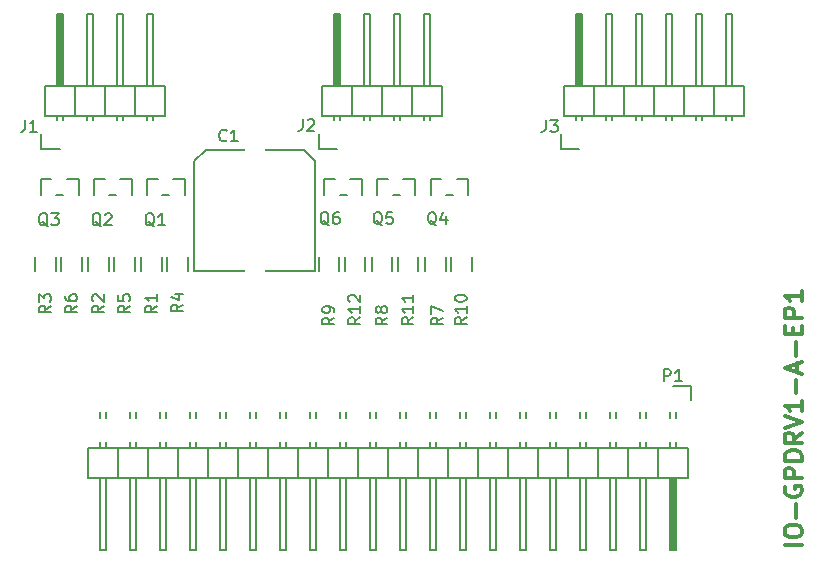
<source format=gbr>
G04 #@! TF.FileFunction,Legend,Top*
%FSLAX46Y46*%
G04 Gerber Fmt 4.6, Leading zero omitted, Abs format (unit mm)*
G04 Created by KiCad (PCBNEW 4.0.4-stable) date 02/07/17 10:52:47*
%MOMM*%
%LPD*%
G01*
G04 APERTURE LIST*
%ADD10C,0.100000*%
%ADD11C,0.300000*%
%ADD12C,0.150000*%
%ADD13R,1.727200X1.727200*%
%ADD14O,1.727200X1.727200*%
%ADD15R,1.800000X5.500000*%
%ADD16R,1.727200X2.032000*%
%ADD17O,1.727200X2.032000*%
%ADD18R,1.000000X1.400000*%
%ADD19R,1.300000X1.500000*%
G04 APERTURE END LIST*
D10*
D11*
X181878571Y-123814285D02*
X180378571Y-123814285D01*
X180378571Y-122814285D02*
X180378571Y-122528571D01*
X180450000Y-122385713D01*
X180592857Y-122242856D01*
X180878571Y-122171428D01*
X181378571Y-122171428D01*
X181664286Y-122242856D01*
X181807143Y-122385713D01*
X181878571Y-122528571D01*
X181878571Y-122814285D01*
X181807143Y-122957142D01*
X181664286Y-123099999D01*
X181378571Y-123171428D01*
X180878571Y-123171428D01*
X180592857Y-123099999D01*
X180450000Y-122957142D01*
X180378571Y-122814285D01*
X181307143Y-121528570D02*
X181307143Y-120385713D01*
X180450000Y-118885713D02*
X180378571Y-119028570D01*
X180378571Y-119242856D01*
X180450000Y-119457141D01*
X180592857Y-119599999D01*
X180735714Y-119671427D01*
X181021429Y-119742856D01*
X181235714Y-119742856D01*
X181521429Y-119671427D01*
X181664286Y-119599999D01*
X181807143Y-119457141D01*
X181878571Y-119242856D01*
X181878571Y-119099999D01*
X181807143Y-118885713D01*
X181735714Y-118814284D01*
X181235714Y-118814284D01*
X181235714Y-119099999D01*
X181878571Y-118171427D02*
X180378571Y-118171427D01*
X180378571Y-117599999D01*
X180450000Y-117457141D01*
X180521429Y-117385713D01*
X180664286Y-117314284D01*
X180878571Y-117314284D01*
X181021429Y-117385713D01*
X181092857Y-117457141D01*
X181164286Y-117599999D01*
X181164286Y-118171427D01*
X181878571Y-116671427D02*
X180378571Y-116671427D01*
X180378571Y-116314284D01*
X180450000Y-116099999D01*
X180592857Y-115957141D01*
X180735714Y-115885713D01*
X181021429Y-115814284D01*
X181235714Y-115814284D01*
X181521429Y-115885713D01*
X181664286Y-115957141D01*
X181807143Y-116099999D01*
X181878571Y-116314284D01*
X181878571Y-116671427D01*
X181878571Y-114314284D02*
X181164286Y-114814284D01*
X181878571Y-115171427D02*
X180378571Y-115171427D01*
X180378571Y-114599999D01*
X180450000Y-114457141D01*
X180521429Y-114385713D01*
X180664286Y-114314284D01*
X180878571Y-114314284D01*
X181021429Y-114385713D01*
X181092857Y-114457141D01*
X181164286Y-114599999D01*
X181164286Y-115171427D01*
X180378571Y-113885713D02*
X181878571Y-113385713D01*
X180378571Y-112885713D01*
X181878571Y-111599999D02*
X181878571Y-112457142D01*
X181878571Y-112028570D02*
X180378571Y-112028570D01*
X180592857Y-112171427D01*
X180735714Y-112314285D01*
X180807143Y-112457142D01*
X181307143Y-110957142D02*
X181307143Y-109814285D01*
X181450000Y-109171428D02*
X181450000Y-108457142D01*
X181878571Y-109314285D02*
X180378571Y-108814285D01*
X181878571Y-108314285D01*
X181307143Y-107814285D02*
X181307143Y-106671428D01*
X181092857Y-105957142D02*
X181092857Y-105457142D01*
X181878571Y-105242856D02*
X181878571Y-105957142D01*
X180378571Y-105957142D01*
X180378571Y-105242856D01*
X181878571Y-104599999D02*
X180378571Y-104599999D01*
X180378571Y-104028571D01*
X180450000Y-103885713D01*
X180521429Y-103814285D01*
X180664286Y-103742856D01*
X180878571Y-103742856D01*
X181021429Y-103814285D01*
X181092857Y-103885713D01*
X181164286Y-104028571D01*
X181164286Y-104599999D01*
X181878571Y-102314285D02*
X181878571Y-103171428D01*
X181878571Y-102742856D02*
X180378571Y-102742856D01*
X180592857Y-102885713D01*
X180735714Y-103028571D01*
X180807143Y-103171428D01*
D12*
X160994000Y-113044000D02*
X160994000Y-112536000D01*
X160486000Y-113044000D02*
X160486000Y-112536000D01*
X158454000Y-113044000D02*
X158454000Y-112536000D01*
X157946000Y-113044000D02*
X157946000Y-112536000D01*
X163026000Y-113044000D02*
X163026000Y-112536000D01*
X163534000Y-113044000D02*
X163534000Y-112536000D01*
X165566000Y-113044000D02*
X165566000Y-112536000D01*
X166074000Y-113044000D02*
X166074000Y-112536000D01*
X168106000Y-113044000D02*
X168106000Y-112536000D01*
X168614000Y-113044000D02*
X168614000Y-112536000D01*
X170646000Y-113044000D02*
X170646000Y-112536000D01*
X171154000Y-113044000D02*
X171154000Y-112536000D01*
X130514000Y-113044000D02*
X130514000Y-112536000D01*
X130006000Y-113044000D02*
X130006000Y-112536000D01*
X127974000Y-113044000D02*
X127974000Y-112536000D01*
X127466000Y-113044000D02*
X127466000Y-112536000D01*
X132546000Y-113044000D02*
X132546000Y-112536000D01*
X133054000Y-113044000D02*
X133054000Y-112536000D01*
X135086000Y-113044000D02*
X135086000Y-112536000D01*
X135594000Y-113044000D02*
X135594000Y-112536000D01*
X125434000Y-113044000D02*
X125434000Y-112536000D01*
X124926000Y-113044000D02*
X124926000Y-112536000D01*
X122894000Y-113044000D02*
X122894000Y-112536000D01*
X122386000Y-113044000D02*
X122386000Y-112536000D01*
X140674000Y-113044000D02*
X140674000Y-112536000D01*
X140166000Y-113044000D02*
X140166000Y-112536000D01*
X138134000Y-113044000D02*
X138134000Y-112536000D01*
X137626000Y-113044000D02*
X137626000Y-112536000D01*
X142706000Y-113044000D02*
X142706000Y-112536000D01*
X143214000Y-113044000D02*
X143214000Y-112536000D01*
X145246000Y-113044000D02*
X145246000Y-112536000D01*
X145754000Y-113044000D02*
X145754000Y-112536000D01*
X155914000Y-113044000D02*
X155914000Y-112536000D01*
X155406000Y-113044000D02*
X155406000Y-112536000D01*
X153374000Y-113044000D02*
X153374000Y-112536000D01*
X152866000Y-113044000D02*
X152866000Y-112536000D01*
X147786000Y-113044000D02*
X147786000Y-112536000D01*
X148294000Y-113044000D02*
X148294000Y-112536000D01*
X150326000Y-113044000D02*
X150326000Y-112536000D01*
X150834000Y-113044000D02*
X150834000Y-112536000D01*
X125434000Y-115584000D02*
X125434000Y-115076000D01*
X124926000Y-115584000D02*
X124926000Y-115076000D01*
X122894000Y-115584000D02*
X122894000Y-115076000D01*
X122386000Y-115584000D02*
X122386000Y-115076000D01*
X127466000Y-115584000D02*
X127466000Y-115076000D01*
X127974000Y-115584000D02*
X127974000Y-115076000D01*
X130006000Y-115584000D02*
X130006000Y-115076000D01*
X130514000Y-115584000D02*
X130514000Y-115076000D01*
X145754000Y-115584000D02*
X145754000Y-115076000D01*
X145246000Y-115584000D02*
X145246000Y-115076000D01*
X143214000Y-115584000D02*
X143214000Y-115076000D01*
X142706000Y-115584000D02*
X142706000Y-115076000D01*
X147786000Y-115584000D02*
X147786000Y-115076000D01*
X148294000Y-115584000D02*
X148294000Y-115076000D01*
X150326000Y-115584000D02*
X150326000Y-115076000D01*
X150834000Y-115584000D02*
X150834000Y-115076000D01*
X140674000Y-115584000D02*
X140674000Y-115076000D01*
X140166000Y-115584000D02*
X140166000Y-115076000D01*
X138134000Y-115584000D02*
X138134000Y-115076000D01*
X137626000Y-115584000D02*
X137626000Y-115076000D01*
X132546000Y-115584000D02*
X132546000Y-115076000D01*
X133054000Y-115584000D02*
X133054000Y-115076000D01*
X135086000Y-115584000D02*
X135086000Y-115076000D01*
X135594000Y-115584000D02*
X135594000Y-115076000D01*
X155914000Y-115584000D02*
X155914000Y-115076000D01*
X155406000Y-115584000D02*
X155406000Y-115076000D01*
X153374000Y-115584000D02*
X153374000Y-115076000D01*
X152866000Y-115584000D02*
X152866000Y-115076000D01*
X157946000Y-115584000D02*
X157946000Y-115076000D01*
X158454000Y-115584000D02*
X158454000Y-115076000D01*
X160486000Y-115584000D02*
X160486000Y-115076000D01*
X160994000Y-115584000D02*
X160994000Y-115076000D01*
X171154000Y-115584000D02*
X171154000Y-115076000D01*
X170646000Y-115584000D02*
X170646000Y-115076000D01*
X168614000Y-115584000D02*
X168614000Y-115076000D01*
X168106000Y-115584000D02*
X168106000Y-115076000D01*
X163026000Y-115584000D02*
X163026000Y-115076000D01*
X163534000Y-115584000D02*
X163534000Y-115076000D01*
X165566000Y-115584000D02*
X165566000Y-115076000D01*
X166074000Y-115584000D02*
X166074000Y-115076000D01*
X172450000Y-111520000D02*
X172450000Y-110370000D01*
X172450000Y-110370000D02*
X170900000Y-110370000D01*
X171027000Y-118124000D02*
X171027000Y-124093000D01*
X171027000Y-124093000D02*
X170773000Y-124093000D01*
X170773000Y-124093000D02*
X170773000Y-118251000D01*
X170773000Y-118251000D02*
X170900000Y-118251000D01*
X170900000Y-118251000D02*
X170900000Y-124093000D01*
X131530000Y-115584000D02*
X131530000Y-118124000D01*
X131530000Y-115584000D02*
X128990000Y-115584000D01*
X128990000Y-115584000D02*
X128990000Y-118124000D01*
X130514000Y-118124000D02*
X130514000Y-124220000D01*
X130514000Y-124220000D02*
X130006000Y-124220000D01*
X130006000Y-124220000D02*
X130006000Y-118124000D01*
X128990000Y-118124000D02*
X131530000Y-118124000D01*
X126450000Y-118124000D02*
X128990000Y-118124000D01*
X127466000Y-124220000D02*
X127466000Y-118124000D01*
X127974000Y-124220000D02*
X127466000Y-124220000D01*
X127974000Y-118124000D02*
X127974000Y-124220000D01*
X126450000Y-115584000D02*
X126450000Y-118124000D01*
X128990000Y-115584000D02*
X126450000Y-115584000D01*
X128990000Y-115584000D02*
X128990000Y-118124000D01*
X123910000Y-115584000D02*
X123910000Y-118124000D01*
X123910000Y-115584000D02*
X121370000Y-115584000D01*
X122894000Y-118124000D02*
X122894000Y-124220000D01*
X122894000Y-124220000D02*
X122386000Y-124220000D01*
X122386000Y-124220000D02*
X122386000Y-118124000D01*
X121370000Y-118124000D02*
X123910000Y-118124000D01*
X123910000Y-118124000D02*
X126450000Y-118124000D01*
X124926000Y-124220000D02*
X124926000Y-118124000D01*
X125434000Y-124220000D02*
X124926000Y-124220000D01*
X125434000Y-118124000D02*
X125434000Y-124220000D01*
X123910000Y-115584000D02*
X123910000Y-118124000D01*
X126450000Y-115584000D02*
X123910000Y-115584000D01*
X126450000Y-115584000D02*
X126450000Y-118124000D01*
X121370000Y-115584000D02*
X121370000Y-118124000D01*
X151850000Y-115584000D02*
X151850000Y-118124000D01*
X151850000Y-115584000D02*
X149310000Y-115584000D01*
X149310000Y-115584000D02*
X149310000Y-118124000D01*
X150834000Y-118124000D02*
X150834000Y-124220000D01*
X150834000Y-124220000D02*
X150326000Y-124220000D01*
X150326000Y-124220000D02*
X150326000Y-118124000D01*
X149310000Y-118124000D02*
X151850000Y-118124000D01*
X146770000Y-118124000D02*
X149310000Y-118124000D01*
X147786000Y-124220000D02*
X147786000Y-118124000D01*
X148294000Y-124220000D02*
X147786000Y-124220000D01*
X148294000Y-118124000D02*
X148294000Y-124220000D01*
X146770000Y-115584000D02*
X146770000Y-118124000D01*
X149310000Y-115584000D02*
X146770000Y-115584000D01*
X149310000Y-115584000D02*
X149310000Y-118124000D01*
X144230000Y-115584000D02*
X144230000Y-118124000D01*
X144230000Y-115584000D02*
X141690000Y-115584000D01*
X141690000Y-115584000D02*
X141690000Y-118124000D01*
X143214000Y-118124000D02*
X143214000Y-124220000D01*
X143214000Y-124220000D02*
X142706000Y-124220000D01*
X142706000Y-124220000D02*
X142706000Y-118124000D01*
X141690000Y-118124000D02*
X144230000Y-118124000D01*
X144230000Y-118124000D02*
X146770000Y-118124000D01*
X145246000Y-124220000D02*
X145246000Y-118124000D01*
X145754000Y-124220000D02*
X145246000Y-124220000D01*
X145754000Y-118124000D02*
X145754000Y-124220000D01*
X144230000Y-115584000D02*
X144230000Y-118124000D01*
X146770000Y-115584000D02*
X144230000Y-115584000D01*
X146770000Y-115584000D02*
X146770000Y-118124000D01*
X136610000Y-115584000D02*
X136610000Y-118124000D01*
X136610000Y-115584000D02*
X134070000Y-115584000D01*
X134070000Y-115584000D02*
X134070000Y-118124000D01*
X135594000Y-118124000D02*
X135594000Y-124220000D01*
X135594000Y-124220000D02*
X135086000Y-124220000D01*
X135086000Y-124220000D02*
X135086000Y-118124000D01*
X134070000Y-118124000D02*
X136610000Y-118124000D01*
X131530000Y-118124000D02*
X134070000Y-118124000D01*
X132546000Y-124220000D02*
X132546000Y-118124000D01*
X133054000Y-124220000D02*
X132546000Y-124220000D01*
X133054000Y-118124000D02*
X133054000Y-124220000D01*
X131530000Y-115584000D02*
X131530000Y-118124000D01*
X134070000Y-115584000D02*
X131530000Y-115584000D01*
X134070000Y-115584000D02*
X134070000Y-118124000D01*
X139150000Y-115584000D02*
X139150000Y-118124000D01*
X139150000Y-115584000D02*
X136610000Y-115584000D01*
X136610000Y-115584000D02*
X136610000Y-118124000D01*
X138134000Y-118124000D02*
X138134000Y-124220000D01*
X138134000Y-124220000D02*
X137626000Y-124220000D01*
X137626000Y-124220000D02*
X137626000Y-118124000D01*
X136610000Y-118124000D02*
X139150000Y-118124000D01*
X139150000Y-118124000D02*
X141690000Y-118124000D01*
X140166000Y-124220000D02*
X140166000Y-118124000D01*
X140674000Y-124220000D02*
X140166000Y-124220000D01*
X140674000Y-118124000D02*
X140674000Y-124220000D01*
X139150000Y-115584000D02*
X139150000Y-118124000D01*
X141690000Y-115584000D02*
X139150000Y-115584000D01*
X141690000Y-115584000D02*
X141690000Y-118124000D01*
X162010000Y-115584000D02*
X162010000Y-118124000D01*
X162010000Y-115584000D02*
X159470000Y-115584000D01*
X159470000Y-115584000D02*
X159470000Y-118124000D01*
X160994000Y-118124000D02*
X160994000Y-124220000D01*
X160994000Y-124220000D02*
X160486000Y-124220000D01*
X160486000Y-124220000D02*
X160486000Y-118124000D01*
X159470000Y-118124000D02*
X162010000Y-118124000D01*
X156930000Y-118124000D02*
X159470000Y-118124000D01*
X157946000Y-124220000D02*
X157946000Y-118124000D01*
X158454000Y-124220000D02*
X157946000Y-124220000D01*
X158454000Y-118124000D02*
X158454000Y-124220000D01*
X156930000Y-115584000D02*
X156930000Y-118124000D01*
X159470000Y-115584000D02*
X156930000Y-115584000D01*
X159470000Y-115584000D02*
X159470000Y-118124000D01*
X154390000Y-115584000D02*
X154390000Y-118124000D01*
X154390000Y-115584000D02*
X151850000Y-115584000D01*
X151850000Y-115584000D02*
X151850000Y-118124000D01*
X153374000Y-118124000D02*
X153374000Y-124220000D01*
X153374000Y-124220000D02*
X152866000Y-124220000D01*
X152866000Y-124220000D02*
X152866000Y-118124000D01*
X151850000Y-118124000D02*
X154390000Y-118124000D01*
X154390000Y-118124000D02*
X156930000Y-118124000D01*
X155406000Y-124220000D02*
X155406000Y-118124000D01*
X155914000Y-124220000D02*
X155406000Y-124220000D01*
X155914000Y-118124000D02*
X155914000Y-124220000D01*
X154390000Y-115584000D02*
X154390000Y-118124000D01*
X156930000Y-115584000D02*
X154390000Y-115584000D01*
X156930000Y-115584000D02*
X156930000Y-118124000D01*
X167090000Y-115584000D02*
X167090000Y-118124000D01*
X167090000Y-115584000D02*
X164550000Y-115584000D01*
X164550000Y-115584000D02*
X164550000Y-118124000D01*
X166074000Y-118124000D02*
X166074000Y-124220000D01*
X166074000Y-124220000D02*
X165566000Y-124220000D01*
X165566000Y-124220000D02*
X165566000Y-118124000D01*
X164550000Y-118124000D02*
X167090000Y-118124000D01*
X162010000Y-118124000D02*
X164550000Y-118124000D01*
X163026000Y-124220000D02*
X163026000Y-118124000D01*
X163534000Y-124220000D02*
X163026000Y-124220000D01*
X163534000Y-118124000D02*
X163534000Y-124220000D01*
X162010000Y-115584000D02*
X162010000Y-118124000D01*
X164550000Y-115584000D02*
X162010000Y-115584000D01*
X164550000Y-115584000D02*
X164550000Y-118124000D01*
X169630000Y-115584000D02*
X169630000Y-118124000D01*
X169630000Y-115584000D02*
X167090000Y-115584000D01*
X167090000Y-115584000D02*
X167090000Y-118124000D01*
X168614000Y-118124000D02*
X168614000Y-124220000D01*
X168614000Y-124220000D02*
X168106000Y-124220000D01*
X168106000Y-124220000D02*
X168106000Y-118124000D01*
X167090000Y-118124000D02*
X169630000Y-118124000D01*
X169630000Y-118124000D02*
X172170000Y-118124000D01*
X170646000Y-124220000D02*
X170646000Y-118124000D01*
X171154000Y-124220000D02*
X170646000Y-124220000D01*
X171154000Y-118124000D02*
X171154000Y-124220000D01*
X169630000Y-115584000D02*
X169630000Y-118124000D01*
X172170000Y-115584000D02*
X169630000Y-115584000D01*
X172170000Y-115584000D02*
X172170000Y-118124000D01*
X140650000Y-100650000D02*
X130350000Y-100650000D01*
X130350000Y-100650000D02*
X130350000Y-91350000D01*
X130350000Y-91350000D02*
X131350000Y-90350000D01*
X131350000Y-90350000D02*
X139650000Y-90350000D01*
X139650000Y-90350000D02*
X140650000Y-91350000D01*
X140650000Y-91350000D02*
X140650000Y-100650000D01*
X117450000Y-90300000D02*
X119000000Y-90300000D01*
X117450000Y-89000000D02*
X117450000Y-90300000D01*
X118873000Y-84809000D02*
X118873000Y-78967000D01*
X118873000Y-78967000D02*
X119127000Y-78967000D01*
X119127000Y-78967000D02*
X119127000Y-84809000D01*
X119127000Y-84809000D02*
X119000000Y-84809000D01*
X119000000Y-84809000D02*
X119000000Y-78967000D01*
X118746000Y-87476000D02*
X118746000Y-87857000D01*
X119254000Y-87476000D02*
X119254000Y-87857000D01*
X121286000Y-87476000D02*
X121286000Y-87857000D01*
X121794000Y-87476000D02*
X121794000Y-87857000D01*
X123826000Y-87476000D02*
X123826000Y-87857000D01*
X124334000Y-87476000D02*
X124334000Y-87857000D01*
X126874000Y-87476000D02*
X126874000Y-87857000D01*
X126366000Y-87476000D02*
X126366000Y-87857000D01*
X117730000Y-87476000D02*
X117730000Y-84936000D01*
X120270000Y-87476000D02*
X120270000Y-84936000D01*
X120270000Y-87476000D02*
X122810000Y-87476000D01*
X122810000Y-87476000D02*
X122810000Y-84936000D01*
X121286000Y-84936000D02*
X121286000Y-78840000D01*
X121286000Y-78840000D02*
X121794000Y-78840000D01*
X121794000Y-78840000D02*
X121794000Y-84936000D01*
X122810000Y-84936000D02*
X120270000Y-84936000D01*
X120270000Y-84936000D02*
X117730000Y-84936000D01*
X119254000Y-78840000D02*
X119254000Y-84936000D01*
X118746000Y-78840000D02*
X119254000Y-78840000D01*
X118746000Y-84936000D02*
X118746000Y-78840000D01*
X120270000Y-87476000D02*
X120270000Y-84936000D01*
X117730000Y-87476000D02*
X120270000Y-87476000D01*
X125350000Y-87476000D02*
X125350000Y-84936000D01*
X125350000Y-87476000D02*
X127890000Y-87476000D01*
X127890000Y-87476000D02*
X127890000Y-84936000D01*
X126366000Y-84936000D02*
X126366000Y-78840000D01*
X126366000Y-78840000D02*
X126874000Y-78840000D01*
X126874000Y-78840000D02*
X126874000Y-84936000D01*
X127890000Y-84936000D02*
X125350000Y-84936000D01*
X125350000Y-84936000D02*
X122810000Y-84936000D01*
X124334000Y-78840000D02*
X124334000Y-84936000D01*
X123826000Y-78840000D02*
X124334000Y-78840000D01*
X123826000Y-84936000D02*
X123826000Y-78840000D01*
X125350000Y-87476000D02*
X125350000Y-84936000D01*
X122810000Y-87476000D02*
X125350000Y-87476000D01*
X122810000Y-87476000D02*
X122810000Y-84936000D01*
X140950000Y-90300000D02*
X142500000Y-90300000D01*
X140950000Y-89000000D02*
X140950000Y-90300000D01*
X142373000Y-84809000D02*
X142373000Y-78967000D01*
X142373000Y-78967000D02*
X142627000Y-78967000D01*
X142627000Y-78967000D02*
X142627000Y-84809000D01*
X142627000Y-84809000D02*
X142500000Y-84809000D01*
X142500000Y-84809000D02*
X142500000Y-78967000D01*
X142246000Y-87476000D02*
X142246000Y-87857000D01*
X142754000Y-87476000D02*
X142754000Y-87857000D01*
X144786000Y-87476000D02*
X144786000Y-87857000D01*
X145294000Y-87476000D02*
X145294000Y-87857000D01*
X147326000Y-87476000D02*
X147326000Y-87857000D01*
X147834000Y-87476000D02*
X147834000Y-87857000D01*
X150374000Y-87476000D02*
X150374000Y-87857000D01*
X149866000Y-87476000D02*
X149866000Y-87857000D01*
X141230000Y-87476000D02*
X141230000Y-84936000D01*
X143770000Y-87476000D02*
X143770000Y-84936000D01*
X143770000Y-87476000D02*
X146310000Y-87476000D01*
X146310000Y-87476000D02*
X146310000Y-84936000D01*
X144786000Y-84936000D02*
X144786000Y-78840000D01*
X144786000Y-78840000D02*
X145294000Y-78840000D01*
X145294000Y-78840000D02*
X145294000Y-84936000D01*
X146310000Y-84936000D02*
X143770000Y-84936000D01*
X143770000Y-84936000D02*
X141230000Y-84936000D01*
X142754000Y-78840000D02*
X142754000Y-84936000D01*
X142246000Y-78840000D02*
X142754000Y-78840000D01*
X142246000Y-84936000D02*
X142246000Y-78840000D01*
X143770000Y-87476000D02*
X143770000Y-84936000D01*
X141230000Y-87476000D02*
X143770000Y-87476000D01*
X148850000Y-87476000D02*
X148850000Y-84936000D01*
X148850000Y-87476000D02*
X151390000Y-87476000D01*
X151390000Y-87476000D02*
X151390000Y-84936000D01*
X149866000Y-84936000D02*
X149866000Y-78840000D01*
X149866000Y-78840000D02*
X150374000Y-78840000D01*
X150374000Y-78840000D02*
X150374000Y-84936000D01*
X151390000Y-84936000D02*
X148850000Y-84936000D01*
X148850000Y-84936000D02*
X146310000Y-84936000D01*
X147834000Y-78840000D02*
X147834000Y-84936000D01*
X147326000Y-78840000D02*
X147834000Y-78840000D01*
X147326000Y-84936000D02*
X147326000Y-78840000D01*
X148850000Y-87476000D02*
X148850000Y-84936000D01*
X146310000Y-87476000D02*
X148850000Y-87476000D01*
X146310000Y-87476000D02*
X146310000Y-84936000D01*
X161450000Y-90300000D02*
X163000000Y-90300000D01*
X161450000Y-89000000D02*
X161450000Y-90300000D01*
X162873000Y-84809000D02*
X162873000Y-78967000D01*
X162873000Y-78967000D02*
X163127000Y-78967000D01*
X163127000Y-78967000D02*
X163127000Y-84809000D01*
X163127000Y-84809000D02*
X163000000Y-84809000D01*
X163000000Y-84809000D02*
X163000000Y-78967000D01*
X162746000Y-87476000D02*
X162746000Y-87857000D01*
X163254000Y-87476000D02*
X163254000Y-87857000D01*
X165286000Y-87476000D02*
X165286000Y-87857000D01*
X165794000Y-87476000D02*
X165794000Y-87857000D01*
X167826000Y-87476000D02*
X167826000Y-87857000D01*
X168334000Y-87476000D02*
X168334000Y-87857000D01*
X175954000Y-87476000D02*
X175954000Y-87857000D01*
X175446000Y-87476000D02*
X175446000Y-87857000D01*
X173414000Y-87476000D02*
X173414000Y-87857000D01*
X172906000Y-87476000D02*
X172906000Y-87857000D01*
X170874000Y-87476000D02*
X170874000Y-87857000D01*
X170366000Y-87476000D02*
X170366000Y-87857000D01*
X161730000Y-87476000D02*
X161730000Y-84936000D01*
X164270000Y-87476000D02*
X164270000Y-84936000D01*
X164270000Y-87476000D02*
X166810000Y-87476000D01*
X166810000Y-87476000D02*
X166810000Y-84936000D01*
X165286000Y-84936000D02*
X165286000Y-78840000D01*
X165286000Y-78840000D02*
X165794000Y-78840000D01*
X165794000Y-78840000D02*
X165794000Y-84936000D01*
X166810000Y-84936000D02*
X164270000Y-84936000D01*
X164270000Y-84936000D02*
X161730000Y-84936000D01*
X163254000Y-78840000D02*
X163254000Y-84936000D01*
X162746000Y-78840000D02*
X163254000Y-78840000D01*
X162746000Y-84936000D02*
X162746000Y-78840000D01*
X164270000Y-87476000D02*
X164270000Y-84936000D01*
X161730000Y-87476000D02*
X164270000Y-87476000D01*
X171890000Y-87476000D02*
X171890000Y-84936000D01*
X171890000Y-87476000D02*
X174430000Y-87476000D01*
X174430000Y-87476000D02*
X174430000Y-84936000D01*
X172906000Y-84936000D02*
X172906000Y-78840000D01*
X172906000Y-78840000D02*
X173414000Y-78840000D01*
X173414000Y-78840000D02*
X173414000Y-84936000D01*
X174430000Y-84936000D02*
X171890000Y-84936000D01*
X176970000Y-84936000D02*
X174430000Y-84936000D01*
X175954000Y-78840000D02*
X175954000Y-84936000D01*
X175446000Y-78840000D02*
X175954000Y-78840000D01*
X175446000Y-84936000D02*
X175446000Y-78840000D01*
X176970000Y-87476000D02*
X176970000Y-84936000D01*
X174430000Y-87476000D02*
X176970000Y-87476000D01*
X174430000Y-87476000D02*
X174430000Y-84936000D01*
X169350000Y-87476000D02*
X169350000Y-84936000D01*
X169350000Y-87476000D02*
X171890000Y-87476000D01*
X171890000Y-87476000D02*
X171890000Y-84936000D01*
X170366000Y-84936000D02*
X170366000Y-78840000D01*
X170366000Y-78840000D02*
X170874000Y-78840000D01*
X170874000Y-78840000D02*
X170874000Y-84936000D01*
X171890000Y-84936000D02*
X169350000Y-84936000D01*
X169350000Y-84936000D02*
X166810000Y-84936000D01*
X168334000Y-78840000D02*
X168334000Y-84936000D01*
X167826000Y-78840000D02*
X168334000Y-78840000D01*
X167826000Y-84936000D02*
X167826000Y-78840000D01*
X169350000Y-87476000D02*
X169350000Y-84936000D01*
X166810000Y-87476000D02*
X169350000Y-87476000D01*
X166810000Y-87476000D02*
X166810000Y-84936000D01*
X127700000Y-94200000D02*
X128300000Y-94200000D01*
X129600000Y-94200000D02*
X129600000Y-92800000D01*
X129600000Y-92800000D02*
X128600000Y-92800000D01*
X127300000Y-92800000D02*
X126400000Y-92800000D01*
X126400000Y-92800000D02*
X126400000Y-94200000D01*
X123200000Y-94200000D02*
X123800000Y-94200000D01*
X125100000Y-94200000D02*
X125100000Y-92800000D01*
X125100000Y-92800000D02*
X124100000Y-92800000D01*
X122800000Y-92800000D02*
X121900000Y-92800000D01*
X121900000Y-92800000D02*
X121900000Y-94200000D01*
X118700000Y-94200000D02*
X119300000Y-94200000D01*
X120600000Y-94200000D02*
X120600000Y-92800000D01*
X120600000Y-92800000D02*
X119600000Y-92800000D01*
X118300000Y-92800000D02*
X117400000Y-92800000D01*
X117400000Y-92800000D02*
X117400000Y-94200000D01*
X151700000Y-94200000D02*
X152300000Y-94200000D01*
X153600000Y-94200000D02*
X153600000Y-92800000D01*
X153600000Y-92800000D02*
X152600000Y-92800000D01*
X151300000Y-92800000D02*
X150400000Y-92800000D01*
X150400000Y-92800000D02*
X150400000Y-94200000D01*
X147200000Y-94200000D02*
X147800000Y-94200000D01*
X149100000Y-94200000D02*
X149100000Y-92800000D01*
X149100000Y-92800000D02*
X148100000Y-92800000D01*
X146800000Y-92800000D02*
X145900000Y-92800000D01*
X145900000Y-92800000D02*
X145900000Y-94200000D01*
X142700000Y-94200000D02*
X143300000Y-94200000D01*
X144600000Y-94200000D02*
X144600000Y-92800000D01*
X144600000Y-92800000D02*
X143600000Y-92800000D01*
X142300000Y-92800000D02*
X141400000Y-92800000D01*
X141400000Y-92800000D02*
X141400000Y-94200000D01*
X125925000Y-100600000D02*
X125925000Y-99400000D01*
X127675000Y-99400000D02*
X127675000Y-100600000D01*
X121425000Y-100600000D02*
X121425000Y-99400000D01*
X123175000Y-99400000D02*
X123175000Y-100600000D01*
X116925000Y-100600000D02*
X116925000Y-99400000D01*
X118675000Y-99400000D02*
X118675000Y-100600000D01*
X128125000Y-100600000D02*
X128125000Y-99400000D01*
X129875000Y-99400000D02*
X129875000Y-100600000D01*
X123625000Y-100600000D02*
X123625000Y-99400000D01*
X125375000Y-99400000D02*
X125375000Y-100600000D01*
X119125000Y-100600000D02*
X119125000Y-99400000D01*
X120875000Y-99400000D02*
X120875000Y-100600000D01*
X149925000Y-100600000D02*
X149925000Y-99400000D01*
X151675000Y-99400000D02*
X151675000Y-100600000D01*
X145425000Y-100600000D02*
X145425000Y-99400000D01*
X147175000Y-99400000D02*
X147175000Y-100600000D01*
X140925000Y-100600000D02*
X140925000Y-99400000D01*
X142675000Y-99400000D02*
X142675000Y-100600000D01*
X152125000Y-100600000D02*
X152125000Y-99400000D01*
X153875000Y-99400000D02*
X153875000Y-100600000D01*
X147625000Y-100600000D02*
X147625000Y-99400000D01*
X149375000Y-99400000D02*
X149375000Y-100600000D01*
X143125000Y-100600000D02*
X143125000Y-99400000D01*
X144875000Y-99400000D02*
X144875000Y-100600000D01*
X170161905Y-109952381D02*
X170161905Y-108952381D01*
X170542858Y-108952381D01*
X170638096Y-109000000D01*
X170685715Y-109047619D01*
X170733334Y-109142857D01*
X170733334Y-109285714D01*
X170685715Y-109380952D01*
X170638096Y-109428571D01*
X170542858Y-109476190D01*
X170161905Y-109476190D01*
X171685715Y-109952381D02*
X171114286Y-109952381D01*
X171400000Y-109952381D02*
X171400000Y-108952381D01*
X171304762Y-109095238D01*
X171209524Y-109190476D01*
X171114286Y-109238095D01*
X133133334Y-89557143D02*
X133085715Y-89604762D01*
X132942858Y-89652381D01*
X132847620Y-89652381D01*
X132704762Y-89604762D01*
X132609524Y-89509524D01*
X132561905Y-89414286D01*
X132514286Y-89223810D01*
X132514286Y-89080952D01*
X132561905Y-88890476D01*
X132609524Y-88795238D01*
X132704762Y-88700000D01*
X132847620Y-88652381D01*
X132942858Y-88652381D01*
X133085715Y-88700000D01*
X133133334Y-88747619D01*
X134085715Y-89652381D02*
X133514286Y-89652381D01*
X133800000Y-89652381D02*
X133800000Y-88652381D01*
X133704762Y-88795238D01*
X133609524Y-88890476D01*
X133514286Y-88938095D01*
X116066667Y-87852381D02*
X116066667Y-88566667D01*
X116019047Y-88709524D01*
X115923809Y-88804762D01*
X115780952Y-88852381D01*
X115685714Y-88852381D01*
X117066667Y-88852381D02*
X116495238Y-88852381D01*
X116780952Y-88852381D02*
X116780952Y-87852381D01*
X116685714Y-87995238D01*
X116590476Y-88090476D01*
X116495238Y-88138095D01*
X139566667Y-87752381D02*
X139566667Y-88466667D01*
X139519047Y-88609524D01*
X139423809Y-88704762D01*
X139280952Y-88752381D01*
X139185714Y-88752381D01*
X139995238Y-87847619D02*
X140042857Y-87800000D01*
X140138095Y-87752381D01*
X140376191Y-87752381D01*
X140471429Y-87800000D01*
X140519048Y-87847619D01*
X140566667Y-87942857D01*
X140566667Y-88038095D01*
X140519048Y-88180952D01*
X139947619Y-88752381D01*
X140566667Y-88752381D01*
X160166667Y-87852381D02*
X160166667Y-88566667D01*
X160119047Y-88709524D01*
X160023809Y-88804762D01*
X159880952Y-88852381D01*
X159785714Y-88852381D01*
X160547619Y-87852381D02*
X161166667Y-87852381D01*
X160833333Y-88233333D01*
X160976191Y-88233333D01*
X161071429Y-88280952D01*
X161119048Y-88328571D01*
X161166667Y-88423810D01*
X161166667Y-88661905D01*
X161119048Y-88757143D01*
X161071429Y-88804762D01*
X160976191Y-88852381D01*
X160690476Y-88852381D01*
X160595238Y-88804762D01*
X160547619Y-88757143D01*
X127004762Y-96847619D02*
X126909524Y-96800000D01*
X126814286Y-96704762D01*
X126671429Y-96561905D01*
X126576190Y-96514286D01*
X126480952Y-96514286D01*
X126528571Y-96752381D02*
X126433333Y-96704762D01*
X126338095Y-96609524D01*
X126290476Y-96419048D01*
X126290476Y-96085714D01*
X126338095Y-95895238D01*
X126433333Y-95800000D01*
X126528571Y-95752381D01*
X126719048Y-95752381D01*
X126814286Y-95800000D01*
X126909524Y-95895238D01*
X126957143Y-96085714D01*
X126957143Y-96419048D01*
X126909524Y-96609524D01*
X126814286Y-96704762D01*
X126719048Y-96752381D01*
X126528571Y-96752381D01*
X127909524Y-96752381D02*
X127338095Y-96752381D01*
X127623809Y-96752381D02*
X127623809Y-95752381D01*
X127528571Y-95895238D01*
X127433333Y-95990476D01*
X127338095Y-96038095D01*
X122504762Y-96847619D02*
X122409524Y-96800000D01*
X122314286Y-96704762D01*
X122171429Y-96561905D01*
X122076190Y-96514286D01*
X121980952Y-96514286D01*
X122028571Y-96752381D02*
X121933333Y-96704762D01*
X121838095Y-96609524D01*
X121790476Y-96419048D01*
X121790476Y-96085714D01*
X121838095Y-95895238D01*
X121933333Y-95800000D01*
X122028571Y-95752381D01*
X122219048Y-95752381D01*
X122314286Y-95800000D01*
X122409524Y-95895238D01*
X122457143Y-96085714D01*
X122457143Y-96419048D01*
X122409524Y-96609524D01*
X122314286Y-96704762D01*
X122219048Y-96752381D01*
X122028571Y-96752381D01*
X122838095Y-95847619D02*
X122885714Y-95800000D01*
X122980952Y-95752381D01*
X123219048Y-95752381D01*
X123314286Y-95800000D01*
X123361905Y-95847619D01*
X123409524Y-95942857D01*
X123409524Y-96038095D01*
X123361905Y-96180952D01*
X122790476Y-96752381D01*
X123409524Y-96752381D01*
X118004762Y-96847619D02*
X117909524Y-96800000D01*
X117814286Y-96704762D01*
X117671429Y-96561905D01*
X117576190Y-96514286D01*
X117480952Y-96514286D01*
X117528571Y-96752381D02*
X117433333Y-96704762D01*
X117338095Y-96609524D01*
X117290476Y-96419048D01*
X117290476Y-96085714D01*
X117338095Y-95895238D01*
X117433333Y-95800000D01*
X117528571Y-95752381D01*
X117719048Y-95752381D01*
X117814286Y-95800000D01*
X117909524Y-95895238D01*
X117957143Y-96085714D01*
X117957143Y-96419048D01*
X117909524Y-96609524D01*
X117814286Y-96704762D01*
X117719048Y-96752381D01*
X117528571Y-96752381D01*
X118290476Y-95752381D02*
X118909524Y-95752381D01*
X118576190Y-96133333D01*
X118719048Y-96133333D01*
X118814286Y-96180952D01*
X118861905Y-96228571D01*
X118909524Y-96323810D01*
X118909524Y-96561905D01*
X118861905Y-96657143D01*
X118814286Y-96704762D01*
X118719048Y-96752381D01*
X118433333Y-96752381D01*
X118338095Y-96704762D01*
X118290476Y-96657143D01*
X150904762Y-96747619D02*
X150809524Y-96700000D01*
X150714286Y-96604762D01*
X150571429Y-96461905D01*
X150476190Y-96414286D01*
X150380952Y-96414286D01*
X150428571Y-96652381D02*
X150333333Y-96604762D01*
X150238095Y-96509524D01*
X150190476Y-96319048D01*
X150190476Y-95985714D01*
X150238095Y-95795238D01*
X150333333Y-95700000D01*
X150428571Y-95652381D01*
X150619048Y-95652381D01*
X150714286Y-95700000D01*
X150809524Y-95795238D01*
X150857143Y-95985714D01*
X150857143Y-96319048D01*
X150809524Y-96509524D01*
X150714286Y-96604762D01*
X150619048Y-96652381D01*
X150428571Y-96652381D01*
X151714286Y-95985714D02*
X151714286Y-96652381D01*
X151476190Y-95604762D02*
X151238095Y-96319048D01*
X151857143Y-96319048D01*
X146304762Y-96747619D02*
X146209524Y-96700000D01*
X146114286Y-96604762D01*
X145971429Y-96461905D01*
X145876190Y-96414286D01*
X145780952Y-96414286D01*
X145828571Y-96652381D02*
X145733333Y-96604762D01*
X145638095Y-96509524D01*
X145590476Y-96319048D01*
X145590476Y-95985714D01*
X145638095Y-95795238D01*
X145733333Y-95700000D01*
X145828571Y-95652381D01*
X146019048Y-95652381D01*
X146114286Y-95700000D01*
X146209524Y-95795238D01*
X146257143Y-95985714D01*
X146257143Y-96319048D01*
X146209524Y-96509524D01*
X146114286Y-96604762D01*
X146019048Y-96652381D01*
X145828571Y-96652381D01*
X147161905Y-95652381D02*
X146685714Y-95652381D01*
X146638095Y-96128571D01*
X146685714Y-96080952D01*
X146780952Y-96033333D01*
X147019048Y-96033333D01*
X147114286Y-96080952D01*
X147161905Y-96128571D01*
X147209524Y-96223810D01*
X147209524Y-96461905D01*
X147161905Y-96557143D01*
X147114286Y-96604762D01*
X147019048Y-96652381D01*
X146780952Y-96652381D01*
X146685714Y-96604762D01*
X146638095Y-96557143D01*
X141804762Y-96747619D02*
X141709524Y-96700000D01*
X141614286Y-96604762D01*
X141471429Y-96461905D01*
X141376190Y-96414286D01*
X141280952Y-96414286D01*
X141328571Y-96652381D02*
X141233333Y-96604762D01*
X141138095Y-96509524D01*
X141090476Y-96319048D01*
X141090476Y-95985714D01*
X141138095Y-95795238D01*
X141233333Y-95700000D01*
X141328571Y-95652381D01*
X141519048Y-95652381D01*
X141614286Y-95700000D01*
X141709524Y-95795238D01*
X141757143Y-95985714D01*
X141757143Y-96319048D01*
X141709524Y-96509524D01*
X141614286Y-96604762D01*
X141519048Y-96652381D01*
X141328571Y-96652381D01*
X142614286Y-95652381D02*
X142423809Y-95652381D01*
X142328571Y-95700000D01*
X142280952Y-95747619D01*
X142185714Y-95890476D01*
X142138095Y-96080952D01*
X142138095Y-96461905D01*
X142185714Y-96557143D01*
X142233333Y-96604762D01*
X142328571Y-96652381D01*
X142519048Y-96652381D01*
X142614286Y-96604762D01*
X142661905Y-96557143D01*
X142709524Y-96461905D01*
X142709524Y-96223810D01*
X142661905Y-96128571D01*
X142614286Y-96080952D01*
X142519048Y-96033333D01*
X142328571Y-96033333D01*
X142233333Y-96080952D01*
X142185714Y-96128571D01*
X142138095Y-96223810D01*
X127252381Y-103566666D02*
X126776190Y-103900000D01*
X127252381Y-104138095D02*
X126252381Y-104138095D01*
X126252381Y-103757142D01*
X126300000Y-103661904D01*
X126347619Y-103614285D01*
X126442857Y-103566666D01*
X126585714Y-103566666D01*
X126680952Y-103614285D01*
X126728571Y-103661904D01*
X126776190Y-103757142D01*
X126776190Y-104138095D01*
X127252381Y-102614285D02*
X127252381Y-103185714D01*
X127252381Y-102900000D02*
X126252381Y-102900000D01*
X126395238Y-102995238D01*
X126490476Y-103090476D01*
X126538095Y-103185714D01*
X122752381Y-103566666D02*
X122276190Y-103900000D01*
X122752381Y-104138095D02*
X121752381Y-104138095D01*
X121752381Y-103757142D01*
X121800000Y-103661904D01*
X121847619Y-103614285D01*
X121942857Y-103566666D01*
X122085714Y-103566666D01*
X122180952Y-103614285D01*
X122228571Y-103661904D01*
X122276190Y-103757142D01*
X122276190Y-104138095D01*
X121847619Y-103185714D02*
X121800000Y-103138095D01*
X121752381Y-103042857D01*
X121752381Y-102804761D01*
X121800000Y-102709523D01*
X121847619Y-102661904D01*
X121942857Y-102614285D01*
X122038095Y-102614285D01*
X122180952Y-102661904D01*
X122752381Y-103233333D01*
X122752381Y-102614285D01*
X118252381Y-103566666D02*
X117776190Y-103900000D01*
X118252381Y-104138095D02*
X117252381Y-104138095D01*
X117252381Y-103757142D01*
X117300000Y-103661904D01*
X117347619Y-103614285D01*
X117442857Y-103566666D01*
X117585714Y-103566666D01*
X117680952Y-103614285D01*
X117728571Y-103661904D01*
X117776190Y-103757142D01*
X117776190Y-104138095D01*
X117252381Y-103233333D02*
X117252381Y-102614285D01*
X117633333Y-102947619D01*
X117633333Y-102804761D01*
X117680952Y-102709523D01*
X117728571Y-102661904D01*
X117823810Y-102614285D01*
X118061905Y-102614285D01*
X118157143Y-102661904D01*
X118204762Y-102709523D01*
X118252381Y-102804761D01*
X118252381Y-103090476D01*
X118204762Y-103185714D01*
X118157143Y-103233333D01*
X129452381Y-103466666D02*
X128976190Y-103800000D01*
X129452381Y-104038095D02*
X128452381Y-104038095D01*
X128452381Y-103657142D01*
X128500000Y-103561904D01*
X128547619Y-103514285D01*
X128642857Y-103466666D01*
X128785714Y-103466666D01*
X128880952Y-103514285D01*
X128928571Y-103561904D01*
X128976190Y-103657142D01*
X128976190Y-104038095D01*
X128785714Y-102609523D02*
X129452381Y-102609523D01*
X128404762Y-102847619D02*
X129119048Y-103085714D01*
X129119048Y-102466666D01*
X124952381Y-103566666D02*
X124476190Y-103900000D01*
X124952381Y-104138095D02*
X123952381Y-104138095D01*
X123952381Y-103757142D01*
X124000000Y-103661904D01*
X124047619Y-103614285D01*
X124142857Y-103566666D01*
X124285714Y-103566666D01*
X124380952Y-103614285D01*
X124428571Y-103661904D01*
X124476190Y-103757142D01*
X124476190Y-104138095D01*
X123952381Y-102661904D02*
X123952381Y-103138095D01*
X124428571Y-103185714D01*
X124380952Y-103138095D01*
X124333333Y-103042857D01*
X124333333Y-102804761D01*
X124380952Y-102709523D01*
X124428571Y-102661904D01*
X124523810Y-102614285D01*
X124761905Y-102614285D01*
X124857143Y-102661904D01*
X124904762Y-102709523D01*
X124952381Y-102804761D01*
X124952381Y-103042857D01*
X124904762Y-103138095D01*
X124857143Y-103185714D01*
X120452381Y-103566666D02*
X119976190Y-103900000D01*
X120452381Y-104138095D02*
X119452381Y-104138095D01*
X119452381Y-103757142D01*
X119500000Y-103661904D01*
X119547619Y-103614285D01*
X119642857Y-103566666D01*
X119785714Y-103566666D01*
X119880952Y-103614285D01*
X119928571Y-103661904D01*
X119976190Y-103757142D01*
X119976190Y-104138095D01*
X119452381Y-102709523D02*
X119452381Y-102900000D01*
X119500000Y-102995238D01*
X119547619Y-103042857D01*
X119690476Y-103138095D01*
X119880952Y-103185714D01*
X120261905Y-103185714D01*
X120357143Y-103138095D01*
X120404762Y-103090476D01*
X120452381Y-102995238D01*
X120452381Y-102804761D01*
X120404762Y-102709523D01*
X120357143Y-102661904D01*
X120261905Y-102614285D01*
X120023810Y-102614285D01*
X119928571Y-102661904D01*
X119880952Y-102709523D01*
X119833333Y-102804761D01*
X119833333Y-102995238D01*
X119880952Y-103090476D01*
X119928571Y-103138095D01*
X120023810Y-103185714D01*
X151452381Y-104566666D02*
X150976190Y-104900000D01*
X151452381Y-105138095D02*
X150452381Y-105138095D01*
X150452381Y-104757142D01*
X150500000Y-104661904D01*
X150547619Y-104614285D01*
X150642857Y-104566666D01*
X150785714Y-104566666D01*
X150880952Y-104614285D01*
X150928571Y-104661904D01*
X150976190Y-104757142D01*
X150976190Y-105138095D01*
X150452381Y-104233333D02*
X150452381Y-103566666D01*
X151452381Y-103995238D01*
X146752381Y-104566666D02*
X146276190Y-104900000D01*
X146752381Y-105138095D02*
X145752381Y-105138095D01*
X145752381Y-104757142D01*
X145800000Y-104661904D01*
X145847619Y-104614285D01*
X145942857Y-104566666D01*
X146085714Y-104566666D01*
X146180952Y-104614285D01*
X146228571Y-104661904D01*
X146276190Y-104757142D01*
X146276190Y-105138095D01*
X146180952Y-103995238D02*
X146133333Y-104090476D01*
X146085714Y-104138095D01*
X145990476Y-104185714D01*
X145942857Y-104185714D01*
X145847619Y-104138095D01*
X145800000Y-104090476D01*
X145752381Y-103995238D01*
X145752381Y-103804761D01*
X145800000Y-103709523D01*
X145847619Y-103661904D01*
X145942857Y-103614285D01*
X145990476Y-103614285D01*
X146085714Y-103661904D01*
X146133333Y-103709523D01*
X146180952Y-103804761D01*
X146180952Y-103995238D01*
X146228571Y-104090476D01*
X146276190Y-104138095D01*
X146371429Y-104185714D01*
X146561905Y-104185714D01*
X146657143Y-104138095D01*
X146704762Y-104090476D01*
X146752381Y-103995238D01*
X146752381Y-103804761D01*
X146704762Y-103709523D01*
X146657143Y-103661904D01*
X146561905Y-103614285D01*
X146371429Y-103614285D01*
X146276190Y-103661904D01*
X146228571Y-103709523D01*
X146180952Y-103804761D01*
X142252381Y-104566666D02*
X141776190Y-104900000D01*
X142252381Y-105138095D02*
X141252381Y-105138095D01*
X141252381Y-104757142D01*
X141300000Y-104661904D01*
X141347619Y-104614285D01*
X141442857Y-104566666D01*
X141585714Y-104566666D01*
X141680952Y-104614285D01*
X141728571Y-104661904D01*
X141776190Y-104757142D01*
X141776190Y-105138095D01*
X142252381Y-104090476D02*
X142252381Y-103900000D01*
X142204762Y-103804761D01*
X142157143Y-103757142D01*
X142014286Y-103661904D01*
X141823810Y-103614285D01*
X141442857Y-103614285D01*
X141347619Y-103661904D01*
X141300000Y-103709523D01*
X141252381Y-103804761D01*
X141252381Y-103995238D01*
X141300000Y-104090476D01*
X141347619Y-104138095D01*
X141442857Y-104185714D01*
X141680952Y-104185714D01*
X141776190Y-104138095D01*
X141823810Y-104090476D01*
X141871429Y-103995238D01*
X141871429Y-103804761D01*
X141823810Y-103709523D01*
X141776190Y-103661904D01*
X141680952Y-103614285D01*
X153452381Y-104542857D02*
X152976190Y-104876191D01*
X153452381Y-105114286D02*
X152452381Y-105114286D01*
X152452381Y-104733333D01*
X152500000Y-104638095D01*
X152547619Y-104590476D01*
X152642857Y-104542857D01*
X152785714Y-104542857D01*
X152880952Y-104590476D01*
X152928571Y-104638095D01*
X152976190Y-104733333D01*
X152976190Y-105114286D01*
X153452381Y-103590476D02*
X153452381Y-104161905D01*
X153452381Y-103876191D02*
X152452381Y-103876191D01*
X152595238Y-103971429D01*
X152690476Y-104066667D01*
X152738095Y-104161905D01*
X152452381Y-102971429D02*
X152452381Y-102876190D01*
X152500000Y-102780952D01*
X152547619Y-102733333D01*
X152642857Y-102685714D01*
X152833333Y-102638095D01*
X153071429Y-102638095D01*
X153261905Y-102685714D01*
X153357143Y-102733333D01*
X153404762Y-102780952D01*
X153452381Y-102876190D01*
X153452381Y-102971429D01*
X153404762Y-103066667D01*
X153357143Y-103114286D01*
X153261905Y-103161905D01*
X153071429Y-103209524D01*
X152833333Y-103209524D01*
X152642857Y-103161905D01*
X152547619Y-103114286D01*
X152500000Y-103066667D01*
X152452381Y-102971429D01*
X148952381Y-104542857D02*
X148476190Y-104876191D01*
X148952381Y-105114286D02*
X147952381Y-105114286D01*
X147952381Y-104733333D01*
X148000000Y-104638095D01*
X148047619Y-104590476D01*
X148142857Y-104542857D01*
X148285714Y-104542857D01*
X148380952Y-104590476D01*
X148428571Y-104638095D01*
X148476190Y-104733333D01*
X148476190Y-105114286D01*
X148952381Y-103590476D02*
X148952381Y-104161905D01*
X148952381Y-103876191D02*
X147952381Y-103876191D01*
X148095238Y-103971429D01*
X148190476Y-104066667D01*
X148238095Y-104161905D01*
X148952381Y-102638095D02*
X148952381Y-103209524D01*
X148952381Y-102923810D02*
X147952381Y-102923810D01*
X148095238Y-103019048D01*
X148190476Y-103114286D01*
X148238095Y-103209524D01*
X144452381Y-104542857D02*
X143976190Y-104876191D01*
X144452381Y-105114286D02*
X143452381Y-105114286D01*
X143452381Y-104733333D01*
X143500000Y-104638095D01*
X143547619Y-104590476D01*
X143642857Y-104542857D01*
X143785714Y-104542857D01*
X143880952Y-104590476D01*
X143928571Y-104638095D01*
X143976190Y-104733333D01*
X143976190Y-105114286D01*
X144452381Y-103590476D02*
X144452381Y-104161905D01*
X144452381Y-103876191D02*
X143452381Y-103876191D01*
X143595238Y-103971429D01*
X143690476Y-104066667D01*
X143738095Y-104161905D01*
X143547619Y-103209524D02*
X143500000Y-103161905D01*
X143452381Y-103066667D01*
X143452381Y-102828571D01*
X143500000Y-102733333D01*
X143547619Y-102685714D01*
X143642857Y-102638095D01*
X143738095Y-102638095D01*
X143880952Y-102685714D01*
X144452381Y-103257143D01*
X144452381Y-102638095D01*
%LPC*%
D13*
X170900000Y-111520000D03*
D14*
X170900000Y-114060000D03*
X168360000Y-111520000D03*
X168360000Y-114060000D03*
X165820000Y-111520000D03*
X165820000Y-114060000D03*
X163280000Y-111520000D03*
X163280000Y-114060000D03*
X160740000Y-111520000D03*
X160740000Y-114060000D03*
X158200000Y-111520000D03*
X158200000Y-114060000D03*
X155660000Y-111520000D03*
X155660000Y-114060000D03*
X153120000Y-111520000D03*
X153120000Y-114060000D03*
X150580000Y-111520000D03*
X150580000Y-114060000D03*
X148040000Y-111520000D03*
X148040000Y-114060000D03*
X145500000Y-111520000D03*
X145500000Y-114060000D03*
X142960000Y-111520000D03*
X142960000Y-114060000D03*
X140420000Y-111520000D03*
X140420000Y-114060000D03*
X137880000Y-111520000D03*
X137880000Y-114060000D03*
X135340000Y-111520000D03*
X135340000Y-114060000D03*
X132800000Y-111520000D03*
X132800000Y-114060000D03*
X130260000Y-111520000D03*
X130260000Y-114060000D03*
X127720000Y-111520000D03*
X127720000Y-114060000D03*
X125180000Y-111520000D03*
X125180000Y-114060000D03*
X122640000Y-111520000D03*
X122640000Y-114060000D03*
D15*
X135500000Y-91200000D03*
X135500000Y-99800000D03*
D16*
X119000000Y-89000000D03*
D17*
X121540000Y-89000000D03*
X124080000Y-89000000D03*
X126620000Y-89000000D03*
D16*
X142500000Y-89000000D03*
D17*
X145040000Y-89000000D03*
X147580000Y-89000000D03*
X150120000Y-89000000D03*
D16*
X163000000Y-89000000D03*
D17*
X165540000Y-89000000D03*
X168080000Y-89000000D03*
X170620000Y-89000000D03*
X173160000Y-89000000D03*
X175700000Y-89000000D03*
D18*
X127050000Y-94600000D03*
X128950000Y-94600000D03*
X128000000Y-92400000D03*
X122550000Y-94600000D03*
X124450000Y-94600000D03*
X123500000Y-92400000D03*
X118050000Y-94600000D03*
X119950000Y-94600000D03*
X119000000Y-92400000D03*
X151050000Y-94600000D03*
X152950000Y-94600000D03*
X152000000Y-92400000D03*
X146550000Y-94600000D03*
X148450000Y-94600000D03*
X147500000Y-92400000D03*
X142050000Y-94600000D03*
X143950000Y-94600000D03*
X143000000Y-92400000D03*
D19*
X126800000Y-98650000D03*
X126800000Y-101350000D03*
X122300000Y-98650000D03*
X122300000Y-101350000D03*
X117800000Y-98650000D03*
X117800000Y-101350000D03*
X129000000Y-98650000D03*
X129000000Y-101350000D03*
X124500000Y-98650000D03*
X124500000Y-101350000D03*
X120000000Y-98650000D03*
X120000000Y-101350000D03*
X150800000Y-98650000D03*
X150800000Y-101350000D03*
X146300000Y-98650000D03*
X146300000Y-101350000D03*
X141800000Y-98650000D03*
X141800000Y-101350000D03*
X153000000Y-98650000D03*
X153000000Y-101350000D03*
X148500000Y-98650000D03*
X148500000Y-101350000D03*
X144000000Y-98650000D03*
X144000000Y-101350000D03*
M02*

</source>
